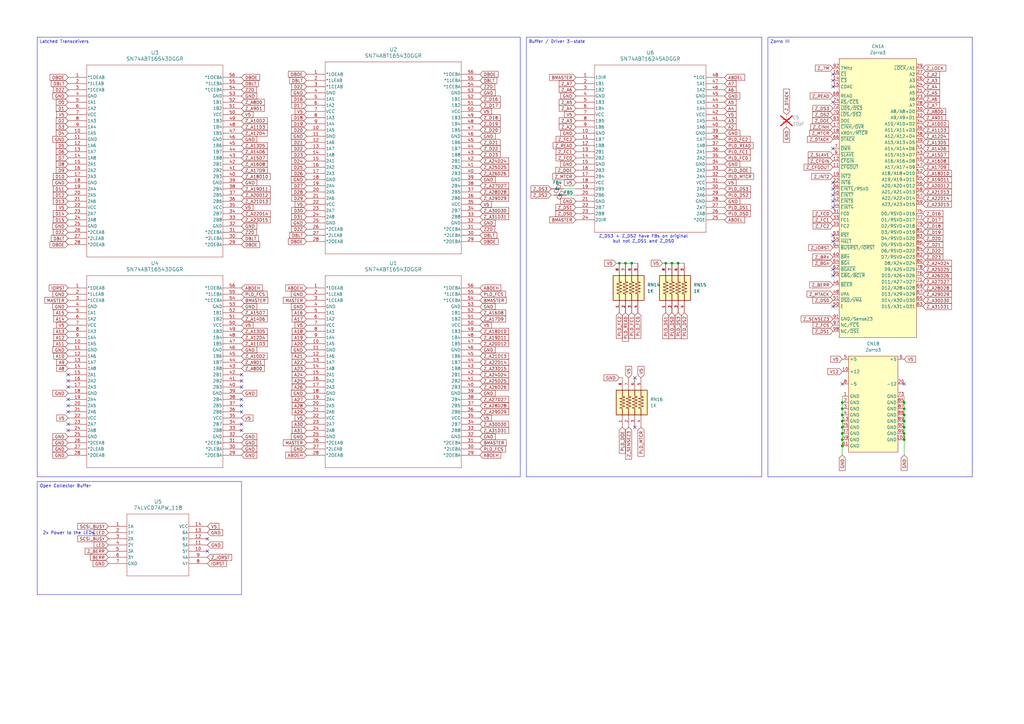
<source format=kicad_sch>
(kicad_sch (version 20250114) (generator "eeschema") (generator_version "9.0")
  (paper "A3")
  (title_block (title "A4092") (rev "PROTO0") (company "amiga.technology"))
  (text "Z_DS3 + Z_DS2 have FBs on original\nbut not Z_DS1 and Z_DS0" (at 263.906 98.044 0) (effects (font (size 1.27 1.27))))
  (text "2x Power to the LEDs." (at 28.448 218.694 0) (effects (font (size 1.27 1.27))))
  (text_box "Buffer / Driver 3-state\n" (at 215.9 15.24 0) (size 96.52 180.34) (margins 0.9525 0.9525 0.9525 0.9525) (effects (font (size 1.27 1.27)) (justify left top)))
  (text_box "Latched Transceivers" (at 15.24 15.24 0) (size 198.12 180.34) (margins 0.9525 0.9525 0.9525 0.9525) (effects (font (size 1.27 1.27)) (justify left top)))
  (text_box "Open Collector Buffer\n" (at 15.24 197.485 0) (size 83.82 46.355) (margins 0.9525 0.9525 0.9525 0.9525) (effects (font (size 1.27 1.27)) (justify left top)))
  (text_box "Zorro III" (at 314.96 15.24 0) (size 83.82 180.34) (margins 0.9525 0.9525 0.9525 0.9525) (effects (font (size 1.27 1.27)) (justify left top)))
  (junction (at 345.44 182.88))
  (junction (at 259.08 107.95))
  (junction (at 345.44 175.26))
  (junction (at 278.13 107.95))
  (junction (at 273.05 107.95))
  (junction (at 370.84 175.26))
  (junction (at 370.84 165.1))
  (junction (at 254 107.95))
  (junction (at 370.84 172.72))
  (junction (at 345.44 167.64))
  (junction (at 345.44 170.18))
  (junction (at 345.44 180.34))
  (junction (at 370.84 170.18))
  (junction (at 345.44 172.72))
  (junction (at 370.84 177.8))
  (junction (at 345.44 165.1))
  (junction (at 370.84 167.64))
  (junction (at 275.59 107.95))
  (junction (at 256.54 107.95))
  (junction (at 345.44 177.8))
  (junction (at 370.84 180.34))
  (no_connect (at 27.94 173.99))
  (no_connect (at 341.63 80.01))
  (no_connect (at 27.94 168.91))
  (no_connect (at 370.84 157.48))
  (no_connect (at 341.63 60.96))
  (no_connect (at 85.09 226.06))
  (no_connect (at 99.06 166.37))
  (no_connect (at 341.63 85.09))
  (no_connect (at 99.06 176.53))
  (no_connect (at 341.63 35.56))
  (no_connect (at 99.06 158.75))
  (no_connect (at 341.63 41.91))
  (no_connect (at 341.63 96.52))
  (no_connect (at 341.63 74.93))
  (no_connect (at 27.94 166.37))
  (no_connect (at 27.94 176.53))
  (no_connect (at 341.63 125.73))
  (no_connect (at 341.63 33.02))
  (no_connect (at 85.09 220.98))
  (no_connect (at 99.06 163.83))
  (no_connect (at 341.63 99.06))
  (no_connect (at 99.06 156.21))
  (no_connect (at 99.06 168.91))
  (no_connect (at 260.35 154.94))
  (no_connect (at 27.94 156.21))
  (no_connect (at 99.06 153.67))
  (no_connect (at 99.06 173.99))
  (no_connect (at 260.35 175.26))
  (no_connect (at 341.63 77.47))
  (no_connect (at 341.63 30.48))
  (no_connect (at 341.63 110.49))
  (no_connect (at 341.63 82.55))
  (no_connect (at 27.94 158.75))
  (no_connect (at 345.44 157.48))
  (no_connect (at 27.94 163.83))
  (no_connect (at 27.94 153.67))
  (no_connect (at 341.63 113.03))
  (wire (pts (xy 345.44 167.64) (xy 345.44 170.18)))
  (wire (pts (xy 345.44 180.34) (xy 345.44 182.88)))
  (wire (pts (xy 254 107.95) (xy 256.54 107.95)))
  (wire (pts (xy 370.84 180.34) (xy 370.84 186.69)))
  (wire (pts (xy 345.44 172.72) (xy 345.44 175.26)))
  (wire (pts (xy 256.54 107.95) (xy 259.08 107.95)))
  (wire (pts (xy 273.05 107.95) (xy 275.59 107.95)))
  (wire (pts (xy 252.73 107.95) (xy 254 107.95)))
  (wire (pts (xy 370.84 162.56) (xy 370.84 165.1)))
  (wire (pts (xy 259.08 107.95) (xy 261.62 107.95)))
  (wire (pts (xy 345.44 170.18) (xy 345.44 172.72)))
  (wire (pts (xy 370.84 170.18) (xy 370.84 172.72)))
  (wire (pts (xy 345.44 175.26) (xy 345.44 177.8)))
  (wire (pts (xy 275.59 107.95) (xy 278.13 107.95)))
  (wire (pts (xy 254 154.94) (xy 255.27 154.94)))
  (wire (pts (xy 278.13 107.95) (xy 280.67 107.95)))
  (wire (pts (xy 370.84 172.72) (xy 370.84 175.26)))
  (wire (pts (xy 370.84 167.64) (xy 370.84 170.18)))
  (wire (pts (xy 345.44 182.88) (xy 345.44 186.69)))
  (wire (pts (xy 232.41 80.01) (xy 236.22 80.01)))
  (wire (pts (xy 226.06 80.01) (xy 227.33 80.01)))
  (wire (pts (xy 345.44 165.1) (xy 345.44 167.64)))
  (wire (pts (xy 370.84 175.26) (xy 370.84 177.8)))
  (wire (pts (xy 370.84 177.8) (xy 370.84 180.34)))
  (wire (pts (xy 271.78 107.95) (xy 273.05 107.95)))
  (wire (pts (xy 345.44 177.8) (xy 345.44 180.34)))
  (wire (pts (xy 370.84 165.1) (xy 370.84 167.64)))
  (wire (pts (xy 231.14 77.47) (xy 236.22 77.47)))
  (wire (pts (xy 345.44 162.56) (xy 345.44 165.1)))
  (global_label "D7" (shape input) (at 27.94 64.77 180) (property "Intersheetrefs" "${INTERSHEET_REFS}" (effects (hide yes))))
  (global_label "Z_DOE" (shape input) (at 341.63 49.53 180) (property "Intersheetrefs" "${INTERSHEET_REFS}" (effects (hide yes))))
  (global_label "ABOEH" (shape input) (at 196.85 118.11 0) (property "Intersheetrefs" "${INTERSHEET_REFS}" (effects (hide yes))))
  (global_label "V5" (shape input) (at 99.06 133.35 0) (property "Intersheetrefs" "${INTERSHEET_REFS}" (effects (hide yes))))
  (global_label "Z_A21D13" (shape input) (at 378.46 78.74 0) (property "Intersheetrefs" "${INTERSHEET_REFS}" (effects (hide yes))))
  (global_label "A9" (shape input) (at 27.94 148.59 180) (property "Intersheetrefs" "${INTERSHEET_REFS}" (effects (hide yes))))
  (global_label "V5" (shape input) (at 262.89 154.94 90) (property "Intersheetrefs" "${INTERSHEET_REFS}" (effects (hide yes))))
  (global_label "D23" (shape input) (at 125.73 63.5 180) (property "Intersheetrefs" "${INTERSHEET_REFS}" (effects (hide yes))))
  (global_label "Z_A11D3" (shape input) (at 99.06 140.97 0) (property "Intersheetrefs" "${INTERSHEET_REFS}" (effects (hide yes))))
  (global_label "D20" (shape input) (at 125.73 53.34 180) (property "Intersheetrefs" "${INTERSHEET_REFS}" (effects (hide yes))))
  (global_label "PLD_DS2" (shape input) (at 297.18 80.01 0) (property "Intersheetrefs" "${INTERSHEET_REFS}" (effects (hide yes))))
  (global_label "GND" (shape input) (at 85.09 223.52 0) (property "Intersheetrefs" "${INTERSHEET_REFS}" (effects (hide yes))))
  (global_label "Z_A18D10" (shape input) (at 99.06 72.39 0) (property "Intersheetrefs" "${INTERSHEET_REFS}" (effects (hide yes))))
  (global_label "Z_A30D30" (shape input) (at 378.46 123.19 0) (property "Intersheetrefs" "${INTERSHEET_REFS}" (effects (hide yes))))
  (global_label "GND" (shape input) (at 196.85 91.44 0) (property "Intersheetrefs" "${INTERSHEET_REFS}" (effects (hide yes))))
  (global_label "PLD_DS1" (shape input) (at 297.18 85.09 0) (property "Intersheetrefs" "${INTERSHEET_REFS}" (effects (hide yes))))
  (global_label "MASTER" (shape input) (at 125.73 123.19 180) (property "Intersheetrefs" "${INTERSHEET_REFS}" (effects (hide yes))))
  (global_label "Z2D" (shape input) (at 196.85 35.56 0) (property "Intersheetrefs" "${INTERSHEET_REFS}" (effects (hide yes))))
  (global_label "V5" (shape input) (at 27.94 46.99 180) (property "Intersheetrefs" "${INTERSHEET_REFS}" (effects (hide yes))))
  (global_label "D10" (shape input) (at 27.94 72.39 180) (property "Intersheetrefs" "${INTERSHEET_REFS}" (effects (hide yes))))
  (global_label "GND" (shape input) (at 125.73 120.65 180) (property "Intersheetrefs" "${INTERSHEET_REFS}" (effects (hide yes))))
  (global_label "GND" (shape input) (at 99.06 125.73 0) (property "Intersheetrefs" "${INTERSHEET_REFS}" (effects (hide yes))))
  (global_label "Z_D23" (shape input) (at 196.85 63.5 0) (property "Intersheetrefs" "${INTERSHEET_REFS}" (effects (hide yes))))
  (global_label "LED" (shape input) (at 44.45 218.44 180) (property "Intersheetrefs" "${INTERSHEET_REFS}" (effects (hide yes))))
  (global_label "D24" (shape input) (at 125.73 66.04 180) (property "Intersheetrefs" "${INTERSHEET_REFS}" (effects (hide yes))))
  (global_label "GND" (shape input) (at 196.85 143.51 0) (property "Intersheetrefs" "${INTERSHEET_REFS}" (effects (hide yes))))
  (global_label "Z_A22D14" (shape input) (at 378.46 81.28 0) (property "Intersheetrefs" "${INTERSHEET_REFS}" (effects (hide yes))))
  (global_label "D27" (shape input) (at 125.73 76.2 180) (property "Intersheetrefs" "${INTERSHEET_REFS}" (effects (hide yes))))
  (global_label "PLD_FC1" (shape input) (at 297.18 62.23 0) (property "Intersheetrefs" "${INTERSHEET_REFS}" (effects (hide yes))))
  (global_label "Z_A19D11" (shape input) (at 196.85 138.43 0) (property "Intersheetrefs" "${INTERSHEET_REFS}" (effects (hide yes))))
  (global_label "D12" (shape input) (at 27.94 80.01 180) (property "Intersheetrefs" "${INTERSHEET_REFS}" (effects (hide yes))))
  (global_label "V5" (shape input) (at 236.22 46.99 180) (property "Intersheetrefs" "${INTERSHEET_REFS}" (effects (hide yes))))
  (global_label "Z_A26D26" (shape input) (at 196.85 158.75 0) (property "Intersheetrefs" "${INTERSHEET_REFS}" (effects (hide yes))))
  (global_label "Z_A8D0" (shape input) (at 99.06 151.13 0) (property "Intersheetrefs" "${INTERSHEET_REFS}" (effects (hide yes))))
  (global_label "V5" (shape input) (at 345.44 147.32 180) (property "Intersheetrefs" "${INTERSHEET_REFS}" (effects (hide yes))))
  (global_label "Z_CINH" (shape input) (at 341.63 52.07 180) (property "Intersheetrefs" "${INTERSHEET_REFS}" (effects (hide yes))))
  (global_label "DBOE" (shape input) (at 99.06 31.75 0) (property "Intersheetrefs" "${INTERSHEET_REFS}" (effects (hide yes))))
  (global_label "Z_A17D9" (shape input) (at 196.85 130.81 0) (property "Intersheetrefs" "${INTERSHEET_REFS}" (effects (hide yes))))
  (global_label "Z_A30D30" (shape input) (at 196.85 86.36 0) (property "Intersheetrefs" "${INTERSHEET_REFS}" (effects (hide yes))))
  (global_label "Z_A18D10" (shape input) (at 196.85 135.89 0) (property "Intersheetrefs" "${INTERSHEET_REFS}" (effects (hide yes))))
  (global_label "Z_MTCR" (shape input) (at 341.63 54.61 180) (property "Intersheetrefs" "${INTERSHEET_REFS}" (effects (hide yes))))
  (global_label "A20" (shape input) (at 125.73 140.97 180) (property "Intersheetrefs" "${INTERSHEET_REFS}" (effects (hide yes))))
  (global_label "Z_D22" (shape input) (at 378.46 102.87 0) (property "Intersheetrefs" "${INTERSHEET_REFS}" (effects (hide yes))))
  (global_label "DBLT" (shape input) (at 99.06 34.29 0) (property "Intersheetrefs" "${INTERSHEET_REFS}" (effects (hide yes))))
  (global_label "V5" (shape input) (at 99.06 46.99 0) (property "Intersheetrefs" "${INTERSHEET_REFS}" (effects (hide yes))))
  (global_label "A10" (shape input) (at 27.94 146.05 180) (property "Intersheetrefs" "${INTERSHEET_REFS}" (effects (hide yes))))
  (global_label "GND" (shape input) (at 27.94 57.15 180) (property "Intersheetrefs" "${INTERSHEET_REFS}" (effects (hide yes))))
  (global_label "DBOE" (shape input) (at 196.85 30.48 0) (property "Intersheetrefs" "${INTERSHEET_REFS}" (effects (hide yes))))
  (global_label "Z_A28D28" (shape input) (at 378.46 118.11 0) (property "Intersheetrefs" "${INTERSHEET_REFS}" (effects (hide yes))))
  (global_label "Z_D16" (shape input) (at 196.85 40.64 0) (property "Intersheetrefs" "${INTERSHEET_REFS}" (effects (hide yes))))
  (global_label "Z_A6" (shape input) (at 236.22 36.83 180) (property "Intersheetrefs" "${INTERSHEET_REFS}" (effects (hide yes))))
  (global_label "Z_FC2" (shape input) (at 341.63 92.71 180) (property "Intersheetrefs" "${INTERSHEET_REFS}" (effects (hide yes))))
  (global_label "Z_A2" (shape input) (at 236.22 52.07 180) (property "Intersheetrefs" "${INTERSHEET_REFS}" (effects (hide yes))))
  (global_label "A24" (shape input) (at 125.73 153.67 180) (property "Intersheetrefs" "${INTERSHEET_REFS}" (effects (hide yes))))
  (global_label "D30" (shape input) (at 125.73 86.36 180) (property "Intersheetrefs" "${INTERSHEET_REFS}" (effects (hide yes))))
  (global_label "Z_A24D24" (shape input) (at 196.85 153.67 0) (property "Intersheetrefs" "${INTERSHEET_REFS}" (effects (hide yes))))
  (global_label "Z_MTACK" (shape input) (at 341.63 120.65 180) (property "Intersheetrefs" "${INTERSHEET_REFS}" (effects (hide yes))))
  (global_label "A16" (shape input) (at 125.73 128.27 180) (property "Intersheetrefs" "${INTERSHEET_REFS}" (effects (hide yes))))
  (global_label "Z_D22" (shape input) (at 196.85 60.96 0) (property "Intersheetrefs" "${INTERSHEET_REFS}" (effects (hide yes))))
  (global_label "Z_A22D14" (shape input) (at 196.85 148.59 0) (property "Intersheetrefs" "${INTERSHEET_REFS}" (effects (hide yes))))
  (global_label "Z_DS2" (shape input) (at 226.06 80.01 180) (property "Intersheetrefs" "${INTERSHEET_REFS}" (effects (hide yes))))
  (global_label "Z_A15D7" (shape input) (at 99.06 128.27 0) (property "Intersheetrefs" "${INTERSHEET_REFS}" (effects (hide yes))))
  (global_label "A11" (shape input) (at 27.94 140.97 180) (property "Intersheetrefs" "${INTERSHEET_REFS}" (effects (hide yes))))
  (global_label "PLD_READ" (shape input) (at 256.54 128.27 270) (property "Intersheetrefs" "${INTERSHEET_REFS}" (effects (hide yes))))
  (global_label "Z_CFGIN" (shape input) (at 341.63 66.04 180) (property "Intersheetrefs" "${INTERSHEET_REFS}" (effects (hide yes))))
  (global_label "Z_D20" (shape input) (at 378.46 97.79 0) (property "Intersheetrefs" "${INTERSHEET_REFS}" (effects (hide yes))))
  (global_label "D17" (shape input) (at 125.73 43.18 180) (property "Intersheetrefs" "${INTERSHEET_REFS}" (effects (hide yes))))
  (global_label "Z_D18" (shape input) (at 378.46 92.71 0) (property "Intersheetrefs" "${INTERSHEET_REFS}" (effects (hide yes))))
  (global_label "DBLT" (shape input) (at 99.06 97.79 0) (property "Intersheetrefs" "${INTERSHEET_REFS}" (effects (hide yes))))
  (global_label "GND" (shape input) (at 125.73 38.1 180) (property "Intersheetrefs" "${INTERSHEET_REFS}" (effects (hide yes))))
  (global_label "Z_READ" (shape input) (at 341.63 39.37 180) (property "Intersheetrefs" "${INTERSHEET_REFS}" (effects (hide yes))))
  (global_label "Z_A3" (shape input) (at 378.46 33.02 0) (property "Intersheetrefs" "${INTERSHEET_REFS}" (effects (hide yes))))
  (global_label "BMASTER" (shape input) (at 196.85 181.61 0) (property "Intersheetrefs" "${INTERSHEET_REFS}" (effects (hide yes))))
  (global_label "GND" (shape input) (at 196.85 73.66 0) (property "Intersheetrefs" "${INTERSHEET_REFS}" (effects (hide yes))))
  (global_label "DBLT" (shape input) (at 196.85 96.52 0) (property "Intersheetrefs" "${INTERSHEET_REFS}" (effects (hide yes))))
  (global_label "Z_A17D9" (shape input) (at 378.46 68.58 0) (property "Intersheetrefs" "${INTERSHEET_REFS}" (effects (hide yes))))
  (global_label "GND" (shape input) (at 99.06 179.07 0) (property "Intersheetrefs" "${INTERSHEET_REFS}" (effects (hide yes))))
  (global_label "A28" (shape input) (at 125.73 166.37 180) (property "Intersheetrefs" "${INTERSHEET_REFS}" (effects (hide yes))))
  (global_label "Z_SLAVE" (shape input) (at 341.63 63.5 180) (property "Intersheetrefs" "${INTERSHEET_REFS}" (effects (hide yes))))
  (global_label "V5" (shape input) (at 196.85 45.72 0) (property "Intersheetrefs" "${INTERSHEET_REFS}" (effects (hide yes))))
  (global_label "Z_BERR" (shape input) (at 341.63 116.84 180) (property "Intersheetrefs" "${INTERSHEET_REFS}" (effects (hide yes))))
  (global_label "GND" (shape input) (at 99.06 57.15 0) (property "Intersheetrefs" "${INTERSHEET_REFS}" (effects (hide yes))))
  (global_label "Z_A12D4" (shape input) (at 99.06 54.61 0) (property "Intersheetrefs" "${INTERSHEET_REFS}" (effects (hide yes))))
  (global_label "D14" (shape input) (at 27.94 87.63 180) (property "Intersheetrefs" "${INTERSHEET_REFS}" (effects (hide yes))))
  (global_label "Z_A31D31" (shape input) (at 378.46 125.73 0) (property "Intersheetrefs" "${INTERSHEET_REFS}" (effects (hide yes))))
  (global_label "D2Z" (shape input) (at 27.94 36.83 180) (property "Intersheetrefs" "${INTERSHEET_REFS}" (effects (hide yes))))
  (global_label "ABOEL" (shape input) (at 297.18 90.17 0) (property "Intersheetrefs" "${INTERSHEET_REFS}" (effects (hide yes))))
  (global_label "V5" (shape input) (at 297.18 74.93 0) (property "Intersheetrefs" "${INTERSHEET_REFS}" (effects (hide yes))))
  (global_label "GND" (shape input) (at 27.94 143.51 180) (property "Intersheetrefs" "${INTERSHEET_REFS}" (effects (hide yes))))
  (global_label "Z_D19" (shape input) (at 378.46 95.25 0) (property "Intersheetrefs" "${INTERSHEET_REFS}" (effects (hide yes))))
  (global_label "Z_A13D5" (shape input) (at 99.06 135.89 0) (property "Intersheetrefs" "${INTERSHEET_REFS}" (effects (hide yes))))
  (global_label "Z_DS3" (shape input) (at 341.63 44.45 180) (property "Intersheetrefs" "${INTERSHEET_REFS}" (effects (hide yes))))
  (global_label "V5" (shape input) (at 125.73 133.35 180) (property "Intersheetrefs" "${INTERSHEET_REFS}" (effects (hide yes))))
  (global_label "Z_A7" (shape input) (at 236.22 34.29 180) (property "Intersheetrefs" "${INTERSHEET_REFS}" (effects (hide yes))))
  (global_label "Z_A27D27" (shape input) (at 196.85 163.83 0) (property "Intersheetrefs" "${INTERSHEET_REFS}" (effects (hide yes))))
  (global_label "Z_A5" (shape input) (at 236.22 41.91 180) (property "Intersheetrefs" "${INTERSHEET_REFS}" (effects (hide yes))))
  (global_label "Z_A19D11" (shape input) (at 378.46 73.66 0) (property "Intersheetrefs" "${INTERSHEET_REFS}" (effects (hide yes))))
  (global_label "PLD_FCS" (shape input) (at 196.85 120.65 0) (property "Intersheetrefs" "${INTERSHEET_REFS}" (effects (hide yes))))
  (global_label "Z_FCS" (shape input) (at 341.63 133.35 180) (property "Intersheetrefs" "${INTERSHEET_REFS}" (effects (hide yes))))
  (global_label "Z_A30D30" (shape input) (at 196.85 173.99 0) (property "Intersheetrefs" "${INTERSHEET_REFS}" (effects (hide yes))))
  (global_label "Z_D19" (shape input) (at 196.85 50.8 0) (property "Intersheetrefs" "${INTERSHEET_REFS}" (effects (hide yes))))
  (global_label "GND" (shape input) (at 370.84 186.69 270) (property "Intersheetrefs" "${INTERSHEET_REFS}" (effects (hide yes))))
  (global_label "V5" (shape input) (at 196.85 171.45 0) (property "Intersheetrefs" "${INTERSHEET_REFS}" (effects (hide yes))))
  (global_label "Z_A10D2" (shape input) (at 99.06 49.53 0) (property "Intersheetrefs" "${INTERSHEET_REFS}" (effects (hide yes))))
  (global_label "Z_A17D9" (shape input) (at 99.06 69.85 0) (property "Intersheetrefs" "${INTERSHEET_REFS}" (effects (hide yes))))
  (global_label "Z_A21D13" (shape input) (at 99.06 82.55 0) (property "Intersheetrefs" "${INTERSHEET_REFS}" (effects (hide yes))))
  (global_label "D6" (shape input) (at 27.94 62.23 180) (property "Intersheetrefs" "${INTERSHEET_REFS}" (effects (hide yes))))
  (global_label "PLD_FC1" (shape input) (at 259.08 128.27 270) (property "Intersheetrefs" "${INTERSHEET_REFS}" (effects (hide yes))))
  (global_label "GND" (shape input) (at 236.22 54.61 180) (property "Intersheetrefs" "${INTERSHEET_REFS}" (effects (hide yes))))
  (global_label "A29" (shape input) (at 125.73 168.91 180) (property "Intersheetrefs" "${INTERSHEET_REFS}" (effects (hide yes))))
  (global_label "V5" (shape input) (at 236.22 74.93 180) (property "Intersheetrefs" "${INTERSHEET_REFS}" (effects (hide yes))))
  (global_label "GND" (shape input) (at 27.94 186.69 180) (property "Intersheetrefs" "${INTERSHEET_REFS}" (effects (hide yes))))
  (global_label "Z_A11D3" (shape input) (at 99.06 52.07 0) (property "Intersheetrefs" "${INTERSHEET_REFS}" (effects (hide yes))))
  (global_label "PLD_DOE" (shape input) (at 297.18 69.85 0) (property "Intersheetrefs" "${INTERSHEET_REFS}" (effects (hide yes))))
  (global_label "GND" (shape input) (at 99.06 186.69 0) (property "Intersheetrefs" "${INTERSHEET_REFS}" (effects (hide yes))))
  (global_label "A4" (shape input) (at 297.18 44.45 0) (property "Intersheetrefs" "${INTERSHEET_REFS}" (effects (hide yes))))
  (global_label "GND" (shape input) (at 297.18 54.61 0) (property "Intersheetrefs" "${INTERSHEET_REFS}" (effects (hide yes))))
  (global_label "BMASTER" (shape input) (at 99.06 123.19 0) (property "Intersheetrefs" "${INTERSHEET_REFS}" (effects (hide yes))))
  (global_label "LED" (shape input) (at 44.45 223.52 180) (property "Intersheetrefs" "${INTERSHEET_REFS}" (effects (hide yes))))
  (global_label "V5" (shape input) (at 99.06 171.45 0) (property "Intersheetrefs" "${INTERSHEET_REFS}" (effects (hide yes))))
  (global_label "A19" (shape input) (at 125.73 138.43 180) (property "Intersheetrefs" "${INTERSHEET_REFS}" (effects (hide yes))))
  (global_label "GND" (shape input) (at 27.94 39.37 180) (property "Intersheetrefs" "${INTERSHEET_REFS}" (effects (hide yes))))
  (global_label "V5" (shape input) (at 257.81 154.94 90) (property "Intersheetrefs" "${INTERSHEET_REFS}" (effects (hide yes))))
  (global_label "A25" (shape input) (at 125.73 156.21 180) (property "Intersheetrefs" "${INTERSHEET_REFS}" (effects (hide yes))))
  (global_label "D21" (shape input) (at 125.73 58.42 180) (property "Intersheetrefs" "${INTERSHEET_REFS}" (effects (hide yes))))
  (global_label "V5" (shape input) (at 125.73 83.82 180) (property "Intersheetrefs" "${INTERSHEET_REFS}" (effects (hide yes))))
  (global_label "PLD_FC2" (shape input) (at 297.18 57.15 0) (property "Intersheetrefs" "${INTERSHEET_REFS}" (effects (hide yes))))
  (global_label "PLD_FC0" (shape input) (at 261.62 128.27 270) (property "Intersheetrefs" "${INTERSHEET_REFS}" (effects (hide yes))))
  (global_label "Z_A9D1" (shape input) (at 99.06 148.59 0) (property "Intersheetrefs" "${INTERSHEET_REFS}" (effects (hide yes))))
  (global_label "GND" (shape input) (at 99.06 184.15 0) (property "Intersheetrefs" "${INTERSHEET_REFS}" (effects (hide yes))))
  (global_label "A2" (shape input) (at 297.18 52.07 0) (property "Intersheetrefs" "${INTERSHEET_REFS}" (effects (hide yes))))
  (global_label "Z_BERR" (shape input) (at 44.45 226.06 180) (property "Intersheetrefs" "${INTERSHEET_REFS}" (effects (hide yes))))
  (global_label "PLD_MTCR" (shape input) (at 262.89 175.26 270) (property "Intersheetrefs" "${INTERSHEET_REFS}" (effects (hide yes))))
  (global_label "GND" (shape input) (at 27.94 181.61 180) (property "Intersheetrefs" "${INTERSHEET_REFS}" (effects (hide yes))))
  (global_label "MASTER" (shape input) (at 27.94 123.19 180) (property "Intersheetrefs" "${INTERSHEET_REFS}" (effects (hide yes))))
  (global_label "ABOEL" (shape input) (at 297.18 31.75 0) (property "Intersheetrefs" "${INTERSHEET_REFS}" (effects (hide yes))))
  (global_label "D2" (shape input) (at 27.94 49.53 180) (property "Intersheetrefs" "${INTERSHEET_REFS}" (effects (hide yes))))
  (global_label "Z_A9D1" (shape input) (at 378.46 48.26 0) (property "Intersheetrefs" "${INTERSHEET_REFS}" (effects (hide yes))))
  (global_label "D19" (shape input) (at 125.73 50.8 180) (property "Intersheetrefs" "${INTERSHEET_REFS}" (effects (hide yes))))
  (global_label "Z_A14D6" (shape input) (at 378.46 60.96 0) (property "Intersheetrefs" "${INTERSHEET_REFS}" (effects (hide yes))))
  (global_label "PLD_DS3" (shape input) (at 297.18 77.47 0) (property "Intersheetrefs" "${INTERSHEET_REFS}" (effects (hide yes))))
  (global_label "Z_DS0" (shape input) (at 341.63 123.19 180) (property "Intersheetrefs" "${INTERSHEET_REFS}" (effects (hide yes))))
  (global_label "Z_A13D5" (shape input) (at 99.06 59.69 0) (property "Intersheetrefs" "${INTERSHEET_REFS}" (effects (hide yes))))
  (global_label "A6" (shape input) (at 297.18 36.83 0) (property "Intersheetrefs" "${INTERSHEET_REFS}" (effects (hide yes))))
  (global_label "Z_7M" (shape input) (at 341.63 27.94 180) (property "Intersheetrefs" "${INTERSHEET_REFS}" (effects (hide yes))))
  (global_label "Z_D23" (shape input) (at 378.46 105.41 0) (property "Intersheetrefs" "${INTERSHEET_REFS}" (effects (hide yes))))
  (global_label "A15" (shape input) (at 27.94 128.27 180) (property "Intersheetrefs" "${INTERSHEET_REFS}" (effects (hide yes))))
  (global_label "A12" (shape input) (at 27.94 138.43 180) (property "Intersheetrefs" "${INTERSHEET_REFS}" (effects (hide yes))))
  (global_label "Z_READ" (shape input) (at 236.22 59.69 180) (property "Intersheetrefs" "${INTERSHEET_REFS}" (effects (hide yes))))
  (global_label "D29" (shape input) (at 125.73 81.28 180) (property "Intersheetrefs" "${INTERSHEET_REFS}" (effects (hide yes))))
  (global_label "DBLT" (shape input) (at 125.73 33.02 180) (property "Intersheetrefs" "${INTERSHEET_REFS}" (effects (hide yes))))
  (global_label "PLD_MTCR" (shape input) (at 297.18 72.39 0) (property "Intersheetrefs" "${INTERSHEET_REFS}" (effects (hide yes))))
  (global_label "V5" (shape input) (at 99.06 85.09 0) (property "Intersheetrefs" "${INTERSHEET_REFS}" (effects (hide yes))))
  (global_label "GND" (shape input) (at 297.18 82.55 0) (property "Intersheetrefs" "${INTERSHEET_REFS}" (effects (hide yes))))
  (global_label "PLD_DS0" (shape input) (at 297.18 87.63 0) (property "Intersheetrefs" "${INTERSHEET_REFS}" (effects (hide yes))))
  (global_label "GND" (shape input) (at 99.06 143.51 0) (property "Intersheetrefs" "${INTERSHEET_REFS}" (effects (hide yes))))
  (global_label "DBLT" (shape input) (at 27.94 34.29 180) (property "Intersheetrefs" "${INTERSHEET_REFS}" (effects (hide yes))))
  (global_label "Z_A6" (shape input) (at 378.46 40.64 0) (property "Intersheetrefs" "${INTERSHEET_REFS}" (effects (hide yes))))
  (global_label "GND" (shape input) (at 297.18 67.31 0) (property "Intersheetrefs" "${INTERSHEET_REFS}" (effects (hide yes))))
  (global_label "BMASTER" (shape input) (at 236.22 31.75 180) (property "Intersheetrefs" "${INTERSHEET_REFS}" (effects (hide yes))))
  (global_label "GND" (shape input) (at 236.22 67.31 180) (property "Intersheetrefs" "${INTERSHEET_REFS}" (effects (hide yes))))
  (global_label "V5" (shape input) (at 27.94 133.35 180) (property "Intersheetrefs" "${INTERSHEET_REFS}" (effects (hide yes))))
  (global_label "GND" (shape input) (at 125.73 73.66 180) (property "Intersheetrefs" "${INTERSHEET_REFS}" (effects (hide yes))))
  (global_label "Z_A10D2" (shape input) (at 378.46 50.8 0) (property "Intersheetrefs" "${INTERSHEET_REFS}" (effects (hide yes))))
  (global_label "D2Z" (shape input) (at 125.73 35.56 180) (property "Intersheetrefs" "${INTERSHEET_REFS}" (effects (hide yes))))
  (global_label "Z_LOCK" (shape input) (at 378.46 27.94 0) (property "Intersheetrefs" "${INTERSHEET_REFS}" (effects (hide yes))))
  (global_label "V5" (shape input) (at 27.94 171.45 180) (property "Intersheetrefs" "${INTERSHEET_REFS}" (effects (hide yes))))
  (global_label "Z_BGn" (shape input) (at 341.63 107.95 180) (property "Intersheetrefs" "${INTERSHEET_REFS}" (effects (hide yes))))
  (global_label "Z_A8D0" (shape input) (at 99.06 41.91 0) (property "Intersheetrefs" "${INTERSHEET_REFS}" (effects (hide yes))))
  (global_label "Z_A29D29" (shape input) (at 378.46 120.65 0) (property "Intersheetrefs" "${INTERSHEET_REFS}" (effects (hide yes))))
  (global_label "Z_A29D29" (shape input) (at 196.85 168.91 0) (property "Intersheetrefs" "${INTERSHEET_REFS}" (effects (hide yes))))
  (global_label "V5" (shape input) (at 85.09 215.9 0) (property "Intersheetrefs" "${INTERSHEET_REFS}" (effects (hide yes))))
  (global_label "D8" (shape input) (at 27.94 67.31 180) (property "Intersheetrefs" "${INTERSHEET_REFS}" (effects (hide yes))))
  (global_label "Z_DS3" (shape input) (at 226.06 77.47 180) (property "Intersheetrefs" "${INTERSHEET_REFS}" (effects (hide yes))))
  (global_label "DBOE" (shape input) (at 99.06 100.33 0) (property "Intersheetrefs" "${INTERSHEET_REFS}" (effects (hide yes))))
  (global_label "PLD_FC0" (shape input) (at 297.18 64.77 0) (property "Intersheetrefs" "${INTERSHEET_REFS}" (effects (hide yes))))
  (global_label "GND" (shape input) (at 345.44 186.69 270) (property "Intersheetrefs" "${INTERSHEET_REFS}" (effects (hide yes))))
  (global_label "Z_A23D15" (shape input) (at 196.85 151.13 0) (property "Intersheetrefs" "${INTERSHEET_REFS}" (effects (hide yes))))
  (global_label "D2Z" (shape input) (at 125.73 93.98 180) (property "Intersheetrefs" "${INTERSHEET_REFS}" (effects (hide yes))))
  (global_label "DBOE" (shape input) (at 27.94 100.33 180) (property "Intersheetrefs" "${INTERSHEET_REFS}" (effects (hide yes))))
  (global_label "A31" (shape input) (at 125.73 176.53 180) (property "Intersheetrefs" "${INTERSHEET_REFS}" (effects (hide yes))))
  (global_label "Z_A12D4" (shape input) (at 378.46 55.88 0) (property "Intersheetrefs" "${INTERSHEET_REFS}" (effects (hide yes))))
  (global_label "Z_A3" (shape input) (at 236.22 49.53 180) (property "Intersheetrefs" "${INTERSHEET_REFS}" (effects (hide yes))))
  (global_label "V5" (shape input) (at 271.78 107.95 180) (property "Intersheetrefs" "${INTERSHEET_REFS}" (effects (hide yes))))
  (global_label "Z_D21" (shape input) (at 378.46 100.33 0) (property "Intersheetrefs" "${INTERSHEET_REFS}" (effects (hide yes))))
  (global_label "GND" (shape input) (at 85.09 218.44 0) (property "Intersheetrefs" "${INTERSHEET_REFS}" (effects (hide yes))))
  (global_label "GND" (shape input) (at 99.06 161.29 0) (property "Intersheetrefs" "${INTERSHEET_REFS}" (effects (hide yes))))
  (global_label "Z_A31D31" (shape input) (at 196.85 88.9 0) (property "Intersheetrefs" "${INTERSHEET_REFS}" (effects (hide yes))))
  (global_label "DBOE" (shape input) (at 125.73 30.48 180) (property "Intersheetrefs" "${INTERSHEET_REFS}" (effects (hide yes))))
  (global_label "Z_A24D24" (shape input) (at 196.85 66.04 0) (property "Intersheetrefs" "${INTERSHEET_REFS}" (effects (hide yes))))
  (global_label "Z_D21" (shape input) (at 196.85 58.42 0) (property "Intersheetrefs" "${INTERSHEET_REFS}" (effects (hide yes))))
  (global_label "PLD_DS3" (shape input) (at 278.13 128.27 270) (property "Intersheetrefs" "${INTERSHEET_REFS}" (effects (hide yes))))
  (global_label "Z_A12D4" (shape input) (at 99.06 138.43 0) (property "Intersheetrefs" "${INTERSHEET_REFS}" (effects (hide yes))))
  (global_label "DBLT" (shape input) (at 125.73 96.52 180) (property "Intersheetrefs" "${INTERSHEET_REFS}" (effects (hide yes))))
  (global_label "GND" (shape input) (at 196.85 125.73 0) (property "Intersheetrefs" "${INTERSHEET_REFS}" (effects (hide yes))))
  (global_label "DBOE" (shape input) (at 27.94 31.75 180) (property "Intersheetrefs" "${INTERSHEET_REFS}" (effects (hide yes))))
  (global_label "GND" (shape input) (at 99.06 74.93 0) (property "Intersheetrefs" "${INTERSHEET_REFS}" (effects (hide yes))))
  (global_label "A13" (shape input) (at 27.94 135.89 180) (property "Intersheetrefs" "${INTERSHEET_REFS}" (effects (hide yes))))
  (global_label "Z_A25D25" (shape input) (at 196.85 156.21 0) (property "Intersheetrefs" "${INTERSHEET_REFS}" (effects (hide yes))))
  (global_label "GND" (shape input) (at 125.73 55.88 180) (property "Intersheetrefs" "${INTERSHEET_REFS}" (effects (hide yes))))
  (global_label "GND" (shape input) (at 125.73 125.73 180) (property "Intersheetrefs" "${INTERSHEET_REFS}" (effects (hide yes))))
  (global_label "GND" (shape input) (at 44.45 231.14 180) (property "Intersheetrefs" "${INTERSHEET_REFS}" (effects (hide yes))))
  (global_label "PLD_DOE" (shape input) (at 255.27 175.26 270) (property "Intersheetrefs" "${INTERSHEET_REFS}" (effects (hide yes))))
  (global_label "D5" (shape input) (at 27.94 59.69 180) (property "Intersheetrefs" "${INTERSHEET_REFS}" (effects (hide yes))))
  (global_label "A21" (shape input) (at 125.73 146.05 180) (property "Intersheetrefs" "${INTERSHEET_REFS}" (effects (hide yes))))
  (global_label "GND" (shape input) (at 99.06 39.37 0) (property "Intersheetrefs" "${INTERSHEET_REFS}" (effects (hide yes))))
  (global_label "Z_A8D0" (shape input) (at 378.46 45.72 0) (property "Intersheetrefs" "${INTERSHEET_REFS}" (effects (hide yes))))
  (global_label "GND" (shape input) (at 297.18 39.37 0) (property "Intersheetrefs" "${INTERSHEET_REFS}" (effects (hide yes))))
  (global_label "GND" (shape input) (at 125.73 143.51 180) (property "Intersheetrefs" "${INTERSHEET_REFS}" (effects (hide yes))))
  (global_label "IORST" (shape input) (at 27.94 118.11 180) (property "Intersheetrefs" "${INTERSHEET_REFS}" (effects (hide yes))))
  (global_label "GND" (shape input) (at 196.85 179.07 0) (property "Intersheetrefs" "${INTERSHEET_REFS}" (effects (hide yes))))
  (global_label "Z_A21D13" (shape input) (at 196.85 146.05 0) (property "Intersheetrefs" "${INTERSHEET_REFS}" (effects (hide yes))))
  (global_label "GND" (shape input) (at 125.73 184.15 180) (property "Intersheetrefs" "${INTERSHEET_REFS}" (effects (hide yes))))
  (global_label "Z_SENSEZ3" (shape input) (at 257.81 175.26 270) (property "Intersheetrefs" "${INTERSHEET_REFS}" (effects (hide yes))))
  (global_label "V5" (shape input) (at 125.73 45.72 180) (property "Intersheetrefs" "${INTERSHEET_REFS}" (effects (hide yes))))
  (global_label "Z_DOE" (shape input) (at 236.22 69.85 180) (property "Intersheetrefs" "${INTERSHEET_REFS}" (effects (hide yes))))
  (global_label "Z_FC0" (shape input) (at 341.63 87.63 180) (property "Intersheetrefs" "${INTERSHEET_REFS}" (effects (hide yes))))
  (global_label "PLD_FCS" (shape input) (at 196.85 184.15 0) (property "Intersheetrefs" "${INTERSHEET_REFS}" (effects (hide yes))))
  (global_label "D25" (shape input) (at 125.73 68.58 180) (property "Intersheetrefs" "${INTERSHEET_REFS}" (effects (hide yes))))
  (global_label "Z_DS1" (shape input) (at 341.63 135.89 180) (property "Intersheetrefs" "${INTERSHEET_REFS}" (effects (hide yes))))
  (global_label "Z_A5" (shape input) (at 378.46 38.1 0) (property "Intersheetrefs" "${INTERSHEET_REFS}" (effects (hide yes))))
  (global_label "PLD_DS1" (shape input) (at 273.05 128.27 270) (property "Intersheetrefs" "${INTERSHEET_REFS}" (effects (hide yes))))
  (global_label "GND" (shape input) (at 196.85 38.1 0) (property "Intersheetrefs" "${INTERSHEET_REFS}" (effects (hide yes))))
  (global_label "ABOEH" (shape input) (at 125.73 118.11 180) (property "Intersheetrefs" "${INTERSHEET_REFS}" (effects (hide yes))))
  (global_label "Z_DS0" (shape input) (at 236.22 87.63 180) (property "Intersheetrefs" "${INTERSHEET_REFS}" (effects (hide yes))))
  (global_label "A26" (shape input) (at 125.73 158.75 180) (property "Intersheetrefs" "${INTERSHEET_REFS}" (effects (hide yes))))
  (global_label "Z_FC0" (shape input) (at 236.22 64.77 180) (property "Intersheetrefs" "${INTERSHEET_REFS}" (effects (hide yes))))
  (global_label "A8" (shape input) (at 27.94 151.13 180) (property "Intersheetrefs" "${INTERSHEET_REFS}" (effects (hide yes))))
  (global_label "Z2D" (shape input) (at 99.06 95.25 0) (property "Intersheetrefs" "${INTERSHEET_REFS}" (effects (hide yes))))
  (global_label "PLD_FC2" (shape input) (at 254 128.27 270) (property "Intersheetrefs" "${INTERSHEET_REFS}" (effects (hide yes))))
  (global_label "Z_MTCR" (shape input) (at 236.22 72.39 180) (property "Intersheetrefs" "${INTERSHEET_REFS}" (effects (hide yes))))
  (global_label "V12" (shape input) (at 345.44 152.4 180) (property "Intersheetrefs" "${INTERSHEET_REFS}" (effects (hide yes))))
  (global_label "Z_A26D26" (shape input) (at 378.46 113.03 0) (property "Intersheetrefs" "${INTERSHEET_REFS}" (effects (hide yes))))
  (global_label "GND" (shape input) (at 125.73 91.44 180) (property "Intersheetrefs" "${INTERSHEET_REFS}" (effects (hide yes))))
  (global_label "Z_A10D2" (shape input) (at 99.06 146.05 0) (property "Intersheetrefs" "${INTERSHEET_REFS}" (effects (hide yes))))
  (global_label "ABOEH" (shape input) (at 99.06 118.11 0) (property "Intersheetrefs" "${INTERSHEET_REFS}" (effects (hide yes))))
  (global_label "GND" (shape input) (at 236.22 39.37 180) (property "Intersheetrefs" "${INTERSHEET_REFS}" (effects (hide yes))))
  (global_label "Z_A27D27" (shape input) (at 378.46 115.57 0) (property "Intersheetrefs" "${INTERSHEET_REFS}" (effects (hide yes))))
  (global_label "D2Z" (shape input) (at 27.94 95.25 180) (property "Intersheetrefs" "${INTERSHEET_REFS}" (effects (hide yes))))
  (global_label "GND" (shape input) (at 27.94 184.15 180) (property "Intersheetrefs" "${INTERSHEET_REFS}" (effects (hide yes))))
  (global_label "PLD_FCS" (shape input) (at 99.06 120.65 0) (property "Intersheetrefs" "${INTERSHEET_REFS}" (effects (hide yes))))
  (global_label "Z_D20" (shape input) (at 196.85 53.34 0) (property "Intersheetrefs" "${INTERSHEET_REFS}" (effects (hide yes))))
  (global_label "Z_D17" (shape input) (at 378.46 90.17 0) (property "Intersheetrefs" "${INTERSHEET_REFS}" (effects (hide yes))))
  (global_label "Z_A23D15" (shape input) (at 99.06 90.17 0) (property "Intersheetrefs" "${INTERSHEET_REFS}" (effects (hide yes))))
  (global_label "PLD_DS0" (shape input) (at 275.59 128.27 270) (property "Intersheetrefs" "${INTERSHEET_REFS}" (effects (hide yes))))
  (global_label "Z_A4" (shape input) (at 236.22 44.45 180) (property "Intersheetrefs" "${INTERSHEET_REFS}" (effects (hide yes))))
  (global_label "Z_DTACK" (shape input) (at 341.63 57.15 180) (property "Intersheetrefs" "${INTERSHEET_REFS}" (effects (hide yes))))
  (global_label "Z_A22D14" (shape input) (at 99.06 87.63 0) (property "Intersheetrefs" "${INTERSHEET_REFS}" (effects (hide yes))))
  (global_label "Z2D" (shape input) (at 99.06 36.83 0) (property "Intersheetrefs" "${INTERSHEET_REFS}" (effects (hide yes))))
  (global_label "Z_FC1" (shape input) (at 236.22 62.23 180) (property "Intersheetrefs" "${INTERSHEET_REFS}" (effects (hide yes))))
  (global_label "Z_A23D15" (shape input) (at 378.46 83.82 0) (property "Intersheetrefs" "${INTERSHEET_REFS}" (effects (hide yes))))
  (global_label "SCSI_BUSY" (shape input) (at 44.45 215.9 180) (property "Intersheetrefs" "${INTERSHEET_REFS}" (effects (hide yes))))
  (global_label "Z_IORST" (shape input) (at 341.63 101.6 180) (property "Intersheetrefs" "${INTERSHEET_REFS}" (effects (hide yes))))
  (global_label "A5" (shape input) (at 297.18 41.91 0) (property "Intersheetrefs" "${INTERSHEET_REFS}" (effects (hide yes))))
  (global_label "GND" (shape input) (at 236.22 82.55 180) (property "Intersheetrefs" "${INTERSHEET_REFS}" (effects (hide yes))))
  (global_label "Z_BRn" (shape input) (at 341.63 105.41 180) (property "Intersheetrefs" "${INTERSHEET_REFS}" (effects (hide yes))))
  (global_label "GND" (shape input) (at 99.06 181.61 0) (property "Intersheetrefs" "${INTERSHEET_REFS}" (effects (hide yes))))
  (global_label "Z_A20D12" (shape input) (at 99.06 80.01 0) (property "Intersheetrefs" "${INTERSHEET_REFS}" (effects (hide yes))))
  (global_label "V5" (shape input) (at 125.73 171.45 180) (property "Intersheetrefs" "${INTERSHEET_REFS}" (effects (hide yes))))
  (global_label "A7" (shape input) (at 297.18 34.29 0) (property "Intersheetrefs" "${INTERSHEET_REFS}" (effects (hide yes))))
  (global_label "Z_A13D5" (shape input) (at 378.46 58.42 0) (property "Intersheetrefs" "${INTERSHEET_REFS}" (effects (hide yes))))
  (global_label "GND" (shape input) (at 254 154.94 180) (property "Intersheetrefs" "${INTERSHEET_REFS}" (effects (hide yes))))
  (global_label "A17" (shape input) (at 125.73 130.81 180) (property "Intersheetrefs" "${INTERSHEET_REFS}" (effects (hide yes))))
  (global_label "Z_A28D28" (shape input) (at 196.85 78.74 0) (property "Intersheetrefs" "${INTERSHEET_REFS}" (effects (hide yes))))
  (global_label "V5" (shape input) (at 252.73 107.95 180) (property "Intersheetrefs" "${INTERSHEET_REFS}" (effects (hide yes))))
  (global_label "V5" (shape input) (at 297.18 46.99 0) (property "Intersheetrefs" "${INTERSHEET_REFS}" (effects (hide yes))))
  (global_label "MASTER" (shape input) (at 125.73 181.61 180) (property "Intersheetrefs" "${INTERSHEET_REFS}" (effects (hide yes))))
  (global_label "Z_A16D8" (shape input) (at 99.06 67.31 0) (property "Intersheetrefs" "${INTERSHEET_REFS}" (effects (hide yes))))
  (global_label "IORST" (shape input) (at 85.09 231.14 0) (property "Intersheetrefs" "${INTERSHEET_REFS}" (effects (hide yes))))
  (global_label "Z_A26D26" (shape input) (at 196.85 71.12 0) (property "Intersheetrefs" "${INTERSHEET_REFS}" (effects (hide yes))))
  (global_label "Z_A15D7" (shape input) (at 378.46 63.5 0) (property "Intersheetrefs" "${INTERSHEET_REFS}" (effects (hide yes))))
  (global_label "D4" (shape input) (at 27.94 54.61 180) (property "Intersheetrefs" "${INTERSHEET_REFS}" (effects (hide yes))))
  (global_label "Z_A29D29" (shape input) (at 196.85 81.28 0) (property "Intersheetrefs" "${INTERSHEET_REFS}" (effects (hide yes))))
  (global_label "Z_A27D27" (shape input) (at 196.85 76.2 0) (property "Intersheetrefs" "${INTERSHEET_REFS}" (effects (hide yes))))
  (global_label "V5" (shape input) (at 370.84 147.32 0) (property "Intersheetrefs" "${INTERSHEET_REFS}" (effects (hide yes))))
  (global_label "Z_A20D12" (shape input) (at 378.46 76.2 0) (property "Intersheetrefs" "${INTERSHEET_REFS}" (effects (hide yes))))
  (global_label "GND" (shape input) (at 27.94 92.71 180) (property "Intersheetrefs" "${INTERSHEET_REFS}" (effects (hide yes))))
  (global_label "GND" (shape input) (at 27.94 161.29 180) (property "Intersheetrefs" "${INTERSHEET_REFS}" (effects (hide yes))))
  (global_label "Z_D16" (shape input) (at 378.46 87.63 0) (property "Intersheetrefs" "${INTERSHEET_REFS}" (effects (hide yes))))
  (global_label "Z_A24D24" (shape input) (at 378.46 107.95 0) (property "Intersheetrefs" "${INTERSHEET_REFS}" (effects (hide yes))))
  (global_label "D16" (shape input) (at 125.73 40.64 180) (property "Intersheetrefs" "${INTERSHEET_REFS}" (effects (hide yes))))
  (global_label "D26" (shape input) (at 125.73 71.12 180) (property "Intersheetrefs" "${INTERSHEET_REFS}" (effects (hide yes))))
  (global_label "BERR" (shape input) (at 44.45 228.6 180) (property "Intersheetrefs" "${INTERSHEET_REFS}" (effects (hide yes))))
  (global_label "PLD_DS2" (shape input) (at 280.67 128.27 270) (property "Intersheetrefs" "${INTERSHEET_REFS}" (effects (hide yes))))
  (global_label "GND" (shape input) (at 27.94 125.73 180) (property "Intersheetrefs" "${INTERSHEET_REFS}" (effects (hide yes))))
  (global_label "Z_D17" (shape input) (at 196.85 43.18 0) (property "Intersheetrefs" "${INTERSHEET_REFS}" (effects (hide yes))))
  (global_label "Z_A14D6" (shape input) (at 99.06 62.23 0) (property "Intersheetrefs" "${INTERSHEET_REFS}" (effects (hide yes))))
  (global_label "D11" (shape input) (at 27.94 77.47 180) (property "Intersheetrefs" "${INTERSHEET_REFS}" (effects (hide yes))))
  (global_label "V5" (shape input) (at 196.85 83.82 0) (property "Intersheetrefs" "${INTERSHEET_REFS}" (effects (hide yes))))
  (global_label "ABOEH" (shape input) (at 196.85 186.69 0) (property "Intersheetrefs" "${INTERSHEET_REFS}" (effects (hide yes))))
  (global_label "D0" (shape input) (at 27.94 41.91 180) (property "Intersheetrefs" "${INTERSHEET_REFS}" (effects (hide yes))))
  (global_label "DBOE" (shape input) (at 196.85 99.06 0) (property "Intersheetrefs" "${INTERSHEET_REFS}" (effects (hide yes))))
  (global_label "Z_A9D1" (shape input) (at 99.06 44.45 0) (property "Intersheetrefs" "${INTERSHEET_REFS}" (effects (hide yes))))
  (global_label "GND" (shape input) (at 27.94 179.07 180) (property "Intersheetrefs" "${INTERSHEET_REFS}" (effects (hide yes))))
  (global_label "Z_FC1" (shape input) (at 341.63 90.17 180) (property "Intersheetrefs" "${INTERSHEET_REFS}" (effects (hide yes))))
  (global_label "A18" (shape input) (at 125.73 135.89 180) (property "Intersheetrefs" "${INTERSHEET_REFS}" (effects (hide yes))))
  (global_label "Z_A19D11" (shape input) (at 99.06 77.47 0) (property "Intersheetrefs" "${INTERSHEET_REFS}" (effects (hide yes))))
  (global_label "PLD_READ" (shape input) (at 297.18 59.69 0) (property "Intersheetrefs" "${INTERSHEET_REFS}" (effects (hide yes))))
  (global_label "A30" (shape input) (at 125.73 173.99 180) (property "Intersheetrefs" "${INTERSHEET_REFS}" (effects (hide yes))))
  (global_label "GND" (shape input) (at 125.73 161.29 180) (property "Intersheetrefs" "${INTERSHEET_REFS}" (effects (hide yes))))
  (global_label "Z_A7" (shape input) (at 378.46 43.18 0) (property "Intersheetrefs" "${INTERSHEET_REFS}" (effects (hide yes))))
  (global_label "DBOE" (shape input) (at 125.73 99.06 180) (property "Intersheetrefs" "${INTERSHEET_REFS}" (effects (hide yes))))
  (global_label "GND" (shape input) (at 196.85 55.88 0) (property "Intersheetrefs" "${INTERSHEET_REFS}" (effects (hide yes))))
  (global_label "GND" (shape input) (at 27.94 74.93 180) (property "Intersheetrefs" "${INTERSHEET_REFS}" (effects (hide yes))))
  (global_label "Z2D" (shape input) (at 196.85 93.98 0) (property "Intersheetrefs" "${INTERSHEET_REFS}" (effects (hide yes))))
  (global_label "DBLT" (shape input) (at 196.85 33.02 0) (property "Intersheetrefs" "${INTERSHEET_REFS}" (effects (hide yes))))
  (global_label "Z_A16D8" (shape input) (at 378.46 66.04 0) (property "Intersheetrefs" "${INTERSHEET_REFS}" (effects (hide yes))))
  (global_label "V5" (shape input) (at 27.94 85.09 180) (property "Intersheetrefs" "${INTERSHEET_REFS}" (effects (hide yes))))
  (global_label "BMASTER" (shape input) (at 236.22 90.17 180) (property "Intersheetrefs" "${INTERSHEET_REFS}" (effects (hide yes))))
  (global_label "Z_A4" (shape input) (at 378.46 35.56 0) (property "Intersheetrefs" "${INTERSHEET_REFS}" (effects (hide yes))))
  (global_label "Z_A20D12" (shape input) (at 196.85 140.97 0) (property "Intersheetrefs" "${INTERSHEET_REFS}" (effects (hide yes))))
  (global_label "Z_A18D10" (shape input) (at 378.46 71.12 0) (property "Intersheetrefs" "${INTERSHEET_REFS}" (effects (hide yes))))
  (global_label "D15" (shape input) (at 27.94 90.17 180) (property "Intersheetrefs" "${INTERSHEET_REFS}" (effects (hide yes))))
  (global_label "Z_A16D8" (shape input) (at 196.85 128.27 0) (property "Intersheetrefs" "${INTERSHEET_REFS}" (effects (hide yes))))
  (global_label "A14" (shape input) (at 27.94 130.81 180) (property "Intersheetrefs" "${INTERSHEET_REFS}" (effects (hide yes))))
  (global_label "D18" (shape input) (at 125.73 48.26 180) (property "Intersheetrefs" "${INTERSHEET_REFS}" (effects (hide yes))))
  (global_label "A22" (shape input) (at 125.73 148.59 180) (property "Intersheetrefs" "${INTERSHEET_REFS}" (effects (hide yes))))
  (global_label "Z_SENSEZ3" (shape input) (at 341.63 130.81 180) (property "Intersheetrefs" "${INTERSHEET_REFS}" (effects (hide yes))))
  (global_label "Z_A25D25" (shape input) (at 378.46 110.49 0) (property "Intersheetrefs" "${INTERSHEET_REFS}" (effects (hide yes))))
  (global_label "Z_DS1" (shape input) (at 236.22 85.09 180) (property "Intersheetrefs" "${INTERSHEET_REFS}" (effects (hide yes))))
  (global_label "Z_DS2" (shape input) (at 341.63 46.99 180) (property "Intersheetrefs" "${INTERSHEET_REFS}" (effects (hide yes))))
  (global_label "D31" (shape input) (at 125.73 88.9 180) (property "Intersheetrefs" "${INTERSHEET_REFS}" (effects (hide yes))))
  (global_label "D3" (shape input) (at 27.94 52.07 180) (property "Intersheetrefs" "${INTERSHEET_REFS}" (effects (hide yes))))
  (global_label "GND" (shape input) (at 27.94 120.65 180) (property "Intersheetrefs" "${INTERSHEET_REFS}" (effects (hide yes))))
  (global_label "A3" (shape input) (at 297.18 49.53 0) (property "Intersheetrefs" "${INTERSHEET_REFS}" (effects (hide yes))))
  (global_label "D22" (shape input) (at 125.73 60.96 180) (property "Intersheetrefs" "${INTERSHEET_REFS}" (effects (hide yes))))
  (global_label "GND" (shape input) (at 196.85 161.29 0) (property "Intersheetrefs" "${INTERSHEET_REFS}" (effects (hide yes))))
  (global_label "A27" (shape input) (at 125.73 163.83 180) (property "Intersheetrefs" "${INTERSHEET_REFS}" (effects (hide yes))))
  (global_label "GND" (shape input) (at 125.73 179.07 180) (property "Intersheetrefs" "${INTERSHEET_REFS}" (effects (hide yes))))
  (global_label "Z_A31D31" (shape input) (at 196.85 176.53 0) (property "Intersheetrefs" "${INTERSHEET_REFS}" (effects (hide yes))))
  (global_label "Z_A15D7" (shape input) (at 99.06 64.77 0) (property "Intersheetrefs" "${INTERSHEET_REFS}" (effects (hide yes))))
  (global_label "GND" (shape input) (at 322.58 52.07 270) (property "Intersheetrefs" "${INTERSHEET_REFS}" (effects (hide yes))))
  (global_label "A23" (shape input) (at 125.73 151.13 180) (property "Intersheetrefs" "${INTERSHEET_REFS}" (effects (hide yes))))
  (global_label "BMASTER" (shape input) (at 196.85 123.19 0) (property "Intersheetrefs" "${INTERSHEET_REFS}" (effects (hide yes))))
  (global_label "Z_A11D3" (shape input) (at 378.46 53.34 0) (property "Intersheetrefs" "${INTERSHEET_REFS}" (effects (hide yes))))
  (global_label "Z_CFGOUT" (shape input) (at 341.63 68.58 180) (property "Intersheetrefs" "${INTERSHEET_REFS}" (effects (hide yes))))
  (global_label "Z_A14D6" (shape input) (at 99.06 130.81 0) (property "Intersheetrefs" "${INTERSHEET_REFS}" (effects (hide yes))))
  (global_label "Z_A2" (shape input) (at 378.46 30.48 0) (property "Intersheetrefs" "${INTERSHEET_REFS}" (effects (hide yes))))
  (global_label "Z_INT2" (shape input) (at 341.63 72.39 180) (property "Intersheetrefs" "${INTERSHEET_REFS}" (effects (hide yes))))
  (global_label "Z_A25D25" (shape input) (at 196.85 68.58 0) (property "Intersheetrefs" "${INTERSHEET_REFS}" (effects (hide yes))))
  (global_label "D1" (shape input) (at 27.94 44.45 180) (property "Intersheetrefs" "${INTERSHEET_REFS}" (effects (hide yes))))
  (global_label "Z_D18" (shape input) (at 196.85 48.26 0) (property "Intersheetrefs" "${INTERSHEET_REFS}" (effects (hide yes))))
  (global_label "GND" (shape input) (at 99.06 92.71 0) (property "Intersheetrefs" "${INTERSHEET_REFS}" (effects (hide yes))))
  (global_label "SCSI_BUSY" (shape input) (at 44.45 220.98 180) (property "Intersheetrefs" "${INTERSHEET_REFS}" (effects (hide yes))))
  (global_label "D28" (shape input) (at 125.73 78.74 180) (property "Intersheetrefs" "${INTERSHEET_REFS}" (effects (hide yes))))
  (global_label "V5" (shape input) (at 196.85 133.35 0) (property "Intersheetrefs" "${INTERSHEET_REFS}" (effects (hide yes))))
  (global_label "DBLT" (shape input) (at 27.94 97.79 180) (property "Intersheetrefs" "${INTERSHEET_REFS}" (effects (hide yes))))
  (global_label "Z_IORST" (shape input) (at 85.09 228.6 0) (property "Intersheetrefs" "${INTERSHEET_REFS}" (effects (hide yes))))
  (global_label "Z_FC2" (shape input) (at 236.22 57.15 180) (property "Intersheetrefs" "${INTERSHEET_REFS}" (effects (hide yes))))
  (global_label "Z_DTACK" (shape input) (at 322.58 46.99 90) (property "Intersheetrefs" "${INTERSHEET_REFS}" (effects (hide yes))))
  (global_label "Z_A28D28" (shape input) (at 196.85 166.37 0) (property "Intersheetrefs" "${INTERSHEET_REFS}" (effects (hide yes))))
  (global_label "ABOEH" (shape input) (at 125.73 186.69 180) (property "Intersheetrefs" "${INTERSHEET_REFS}" (effects (hide yes))))
  (global_label "D9" (shape input) (at 27.94 69.85 180) (property "Intersheetrefs" "${INTERSHEET_REFS}" (effects (hide yes))))
  (global_label "D13" (shape input) (at 27.94 82.55 180) (property "Intersheetrefs" "${INTERSHEET_REFS}" (effects (hide yes))))
  (symbol (lib_id "YC324-FK-071KL:YC324-FK-071KL") (at 259.08 118.11 90) (unit 1)
    (property "Reference" "RN14" (at 265.43 116.8399 90) (effects (justify right)))
    (property "Value" "1K" (at 265.43 119.3799 90) (effects (justify right)))
    (property "Footprint" "CAY16_102J4LF:BO_CAY16" (effects (hide yes)))
    (property "MAXIMUM_PACKAGE_HEIGHT" "0.7 mm" (effects (hide yes)))
    (property "PARTREV" "V.9" (effects (hide yes)))
    (property "MANUFACTURER" "Yageo" (effects (hide yes)))
    (property "SNAPEDA_PACKAGE_ID" "22941" (effects (hide yes)))
    (property "STANDARD" "IPC 7351B" (effects (hide yes)))
    (property "LCSC Part #" "C784824" (effects (hide yes)))
  )
  (symbol (lib_id "YC324-FK-071KL:YC324-FK-071KL") (at 278.13 118.11 90) (unit 1)
    (property "Reference" "RN15" (at 284.48 116.8399 90) (effects (justify right)))
    (property "Value" "1K" (at 284.48 119.3799 90) (effects (justify right)))
    (property "Footprint" "CAY16_102J4LF:BO_CAY16" (effects (hide yes)))
    (property "MAXIMUM_PACKAGE_HEIGHT" "0.7 mm" (effects (hide yes)))
    (property "PARTREV" "V.9" (effects (hide yes)))
    (property "MANUFACTURER" "Yageo" (effects (hide yes)))
    (property "SNAPEDA_PACKAGE_ID" "22941" (effects (hide yes)))
    (property "STANDARD" "IPC 7351B" (effects (hide yes)))
    (property "LCSC Part #" "C784824" (effects (hide yes)))
  )
  (symbol (lib_name "SN74ABT16543DGGR_1") (lib_id "SN74ABT16543DGGR:SN74ABT16543DGGR") (at 125.73 118.11 0) (unit 1)
    (property "Reference" "U1" (at 161.29 107.95 0) (effects (font (size 1.524 1.524))))
    (property "Value" "SN74ABT16543DGGR" (at 161.29 110.49 0) (effects (font (size 1.524 1.524))))
    (property "Footprint" "DGG56" (effects (hide yes)))
    (property "Datasheet" "https://www.ti.com/lit/ds/symlink/sn74abt16543.pdf" (effects (hide yes)))
    (property "LCSC Part #" "C2865087" (effects (hide yes)))
  )
  (symbol (lib_id "Zorro3:Zorro3") (at 359.41 80.01 0) (unit 1) (in_bom no)
    (property "Reference" "CN1" (at 360.045 19.05 0))
    (property "Value" "Zorro3" (at 360.045 21.59 0))
    (property "Footprint" "Zorro3:Zorro3-CardEdge" (effects (hide yes)))
  )
  (symbol (lib_id "SN74ABT16543DGGR:SN74ABT16543DGGR") (at 27.94 31.75 0) (unit 1)
    (property "Reference" "U3" (at 63.5 21.59 0) (effects (font (size 1.524 1.524))))
    (property "Value" "SN74ABT16543DGGR" (at 63.5 24.13 0) (effects (font (size 1.524 1.524))))
    (property "Footprint" "DGG56" (effects (hide yes)))
    (property "Datasheet" "https://www.ti.com/lit/ds/symlink/sn74abt16543.pdf" (effects (hide yes)))
    (property "LCSC Part #" "C2865087" (effects (hide yes)))
  )
  (symbol (lib_name "SN74ABT16543DGGR_2") (lib_id "SN74ABT16543DGGR:SN74ABT16543DGGR") (at 27.94 118.11 0) (unit 1)
    (property "Reference" "U4" (at 63.5 107.95 0) (effects (font (size 1.524 1.524))))
    (property "Value" "SN74ABT16543DGGR" (at 63.5 110.49 0) (effects (font (size 1.524 1.524))))
    (property "Footprint" "DGG56" (effects (hide yes)))
    (property "Datasheet" "https://www.ti.com/lit/ds/symlink/sn74abt16543.pdf" (effects (hide yes)))
    (property "LCSC Part #" "C2865087" (effects (hide yes)))
  )
  (symbol (lib_id "Device:FerriteBead_Small") (at 228.6 77.47 270) (unit 1)
    (property "Reference" "FB4" (at 228.6 74.93 90))
    (property "Value" "60" (at 228.6 77.47 90) (effects (font (size 0.762 0.762))))
    (property "Footprint" "Capacitor_SMD:C_0603_1608Metric_Pad1.08x0.95mm_HandSolder" (effects (hide yes)))
    (property "Datasheet" "https://www.mouser.com/datasheet/2/281/QNFA9101-1915702.pdf" (effects (hide yes)))
    (property "Description" "Ferrite bead, small symbol" (effects (hide yes)))
    (property "LCSC Part #" "C95177" (effects (hide yes)))
  )
  (symbol (lib_id "74LVC07APW_118:74LVC07APW_118") (at 44.45 215.9 0) (unit 1)
    (property "Reference" "U5" (at 64.77 205.74 0) (effects (font (size 1.524 1.524))))
    (property "Value" "74LVC07APW_118" (at 64.77 208.28 0) (effects (font (size 1.524 1.524))))
    (property "Footprint" "74LVC07APW_118:TSSOP14_5P1X4P5_NEX" (effects (hide yes)))
    (property "Datasheet" "74LVC07APW_118" (effects (hide yes)))
    (property "LCSC Part #" "C6051" (effects (hide yes)))
  )
  (symbol (lib_name "Zorro3_1") (lib_id "Zorro3:Zorro3") (at 358.14 166.37 0) (unit 2) (in_bom no)
    (property "Reference" "CN1" (at 358.14 140.97 0))
    (property "Value" "Zorro3" (at 358.14 143.51 0))
    (property "Footprint" "Zorro3:Zorro3-CardEdge" (effects (hide yes)))
  )
  (symbol (lib_id "Device:C_Small") (at 322.58 49.53 0) (unit 1) (dnp yes)
    (property "Reference" "C5" (at 325.12 48.2662 0) (effects (justify left)))
    (property "Value" "10pF" (at 325.12 50.8062 0) (effects (justify left)))
    (property "Footprint" "Capacitor_SMD:C_0603_1608Metric_Pad1.08x0.95mm_HandSolder" (effects (hide yes)))
    (property "Description" "Unpolarized capacitor, small symbol" (effects (hide yes)))
  )
  (symbol (lib_id "YC324-FK-071KL:YC324-FK-071KL") (at 260.35 165.1 90) (unit 1)
    (property "Reference" "RN16" (at 266.7 163.8299 90) (effects (justify right)))
    (property "Value" "1K" (at 266.7 166.3699 90) (effects (justify right)))
    (property "Footprint" "CAY16_102J4LF:BO_CAY16" (effects (hide yes)))
    (property "MAXIMUM_PACKAGE_HEIGHT" "0.7 mm" (effects (hide yes)))
    (property "PARTREV" "V.9" (effects (hide yes)))
    (property "MANUFACTURER" "Yageo" (effects (hide yes)))
    (property "SNAPEDA_PACKAGE_ID" "22941" (effects (hide yes)))
    (property "STANDARD" "IPC 7351B" (effects (hide yes)))
    (property "LCSC Part #" "C784824" (effects (hide yes)))
  )
  (symbol (lib_id "SN74ABT16245ADGGR:SN74ABT16245ADGGR") (at 236.22 31.75 0) (unit 1)
    (property "Reference" "U6" (at 266.7 21.59 0) (effects (font (size 1.524 1.524))))
    (property "Value" "SN74ABT16245ADGGR" (at 266.7 24.13 0) (effects (font (size 1.524 1.524))))
    (property "Footprint" "SN74ABT16245ADGGR:DGG48" (effects (hide yes)))
    (property "Datasheet" "SN74ABT16245ADGGR" (effects (hide yes)))
    (property "LCSC Part #" "C130197" (effects (hide yes)))
  )
  (symbol (lib_id "Device:FerriteBead_Small") (at 229.87 80.01 270) (unit 1)
    (property "Reference" "FB5" (at 233.172 78.994 90))
    (property "Value" "60" (at 229.87 80.01 90) (effects (font (size 0.762 0.762))))
    (property "Footprint" "Capacitor_SMD:C_0603_1608Metric_Pad1.08x0.95mm_HandSolder" (effects (hide yes)))
    (property "Datasheet" "https://www.mouser.com/datasheet/2/281/QNFA9101-1915702.pdf" (effects (hide yes)))
    (property "Description" "Ferrite bead, small symbol" (effects (hide yes)))
    (property "LCSC Part #" "C95177" (effects (hide yes)))
  )
  (symbol (lib_name "SN74ABT16543DGGR_3") (lib_id "SN74ABT16543DGGR:SN74ABT16543DGGR") (at 125.73 30.48 0) (unit 1)
    (property "Reference" "U2" (at 161.29 20.32 0) (effects (font (size 1.524 1.524))))
    (property "Value" "SN74ABT16543DGGR" (at 161.29 22.86 0) (effects (font (size 1.524 1.524))))
    (property "Footprint" "DGG56" (effects (hide yes)))
    (property "Datasheet" "https://www.ti.com/lit/ds/symlink/sn74abt16543.pdf" (effects (hide yes)))
    (property "LCSC Part #" "C2865087" (effects (hide yes)))
  )
)
</source>
